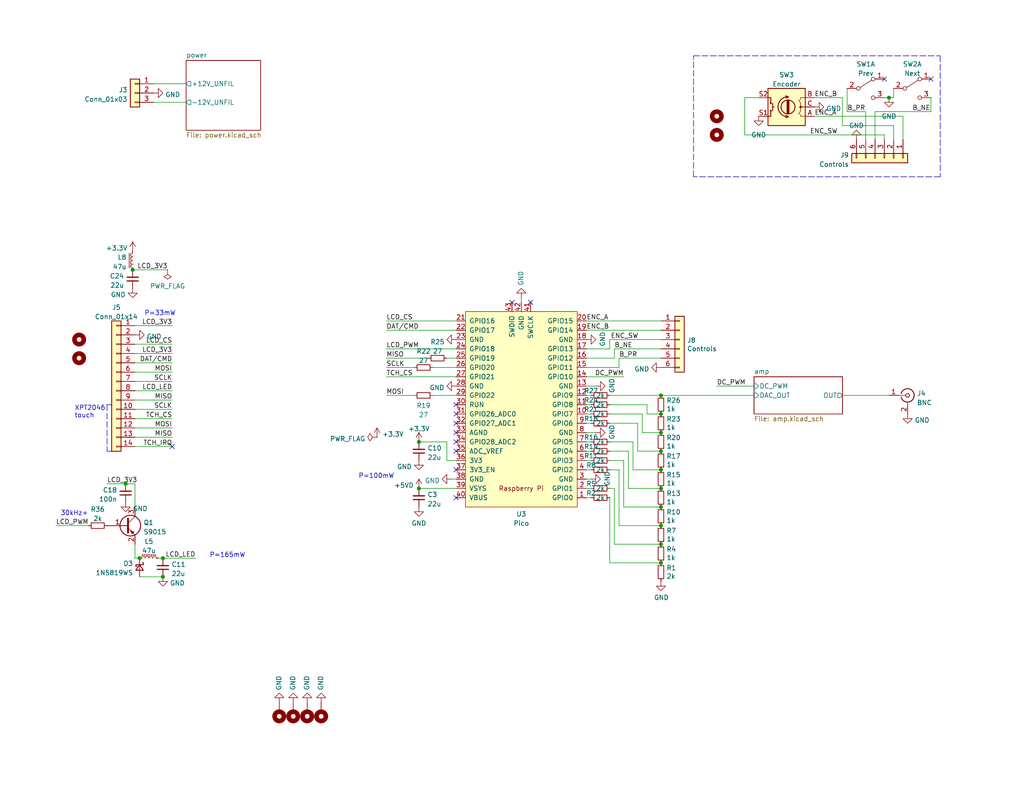
<source format=kicad_sch>
(kicad_sch (version 20211123) (generator eeschema)
  (paper "USLetter")
  (lib_symbols
    (symbol "+3.3V_1" (power) (pin_names (offset 0))
      (property "Value" "+3.3V_1" (at 0 3.556 0))
      (symbol "+3.3V_1_0_1"
        (polyline (pts (xy -0.762 1.27) (xy 0 2.54)))
        (polyline (pts (xy 0 0) (xy 0 2.54)))
        (polyline (pts (xy 0 2.54) (xy 0.762 1.27)))
      )
      (symbol "+3.3V_1_1_1"
        (pin power_in line (at 0 0 90) (length 0) hide (name "+3.3V") (number "1"))
      )
    )
    (symbol "Connector:Conn_Coaxial" (pin_names (offset 1.016) hide)
      (property "Reference" "J" (at 0.254 3.048 0))
      (property "Value" "Conn_Coaxial" (at 2.921 0 90))
      (symbol "Conn_Coaxial_0_1"
        (arc (start -1.778 -0.508) (mid 0.222 -1.808) (end 1.778 0) (stroke (width 0.254)))
        (polyline (pts (xy -2.54 0) (xy -0.508 0)))
        (polyline (pts (xy 0 -2.54) (xy 0 -1.778)))
        (circle (center 0 0) (radius 0.508) (stroke (width 0.2032)))
        (arc (start 1.778 0) (mid 0.222 1.8083) (end -1.778 0.508) (stroke (width 0.254)))
      )
      (symbol "Conn_Coaxial_1_1"
        (pin passive line (at -5.08 0 0) (length 2.54) (name "In") (number "1"))
        (pin passive line (at 0 -5.08 90) (length 2.54) (name "Ext") (number "2"))
      )
    )
    (symbol "Connector_Generic:Conn_01x03" (pin_names (offset 1.016) hide)
      (property "Reference" "J" (at 0 5.08 0))
      (property "Value" "Conn_01x03" (at 0 -5.08 0))
      (symbol "Conn_01x03_1_1"
        (rectangle (start -1.27 -2.413) (end 0 -2.667) (stroke (width 0.1524)))
        (rectangle (start -1.27 0.127) (end 0 -0.127) (stroke (width 0.1524)))
        (rectangle (start -1.27 2.667) (end 0 2.413) (stroke (width 0.1524)))
        (rectangle (start -1.27 3.81) (end 1.27 -3.81) (stroke (width 0.254)) (fill (type background)))
        (pin passive line (at -5.08 2.54 0) (length 3.81) (name "Pin_1") (number "1"))
        (pin passive line (at -5.08 0 0) (length 3.81) (name "Pin_2") (number "2"))
        (pin passive line (at -5.08 -2.54 0) (length 3.81) (name "Pin_3") (number "3"))
      )
    )
    (symbol "Connector_Generic:Conn_01x06" (pin_names (offset 1.016) hide)
      (property "Reference" "J" (at 0 7.62 0))
      (property "Value" "Conn_01x06" (at 0 -10.16 0))
      (symbol "Conn_01x06_1_1"
        (rectangle (start -1.27 -7.493) (end 0 -7.747) (stroke (width 0.1524)))
        (rectangle (start -1.27 -4.953) (end 0 -5.207) (stroke (width 0.1524)))
        (rectangle (start -1.27 -2.413) (end 0 -2.667) (stroke (width 0.1524)))
        (rectangle (start -1.27 0.127) (end 0 -0.127) (stroke (width 0.1524)))
        (rectangle (start -1.27 2.667) (end 0 2.413) (stroke (width 0.1524)))
        (rectangle (start -1.27 5.207) (end 0 4.953) (stroke (width 0.1524)))
        (rectangle (start -1.27 6.35) (end 1.27 -8.89) (stroke (width 0.254)) (fill (type background)))
        (pin passive line (at -5.08 5.08 0) (length 3.81) (name "Pin_1") (number "1"))
        (pin passive line (at -5.08 2.54 0) (length 3.81) (name "Pin_2") (number "2"))
        (pin passive line (at -5.08 0 0) (length 3.81) (name "Pin_3") (number "3"))
        (pin passive line (at -5.08 -2.54 0) (length 3.81) (name "Pin_4") (number "4"))
        (pin passive line (at -5.08 -5.08 0) (length 3.81) (name "Pin_5") (number "5"))
        (pin passive line (at -5.08 -7.62 0) (length 3.81) (name "Pin_6") (number "6"))
      )
    )
    (symbol "Connector_Generic:Conn_01x14" (pin_names (offset 1.016) hide)
      (property "Reference" "J" (at 0 17.78 0))
      (property "Value" "Conn_01x14" (at 0 -20.32 0))
      (symbol "Conn_01x14_1_1"
        (rectangle (start -1.27 -17.653) (end 0 -17.907) (stroke (width 0.1524)))
        (rectangle (start -1.27 -15.113) (end 0 -15.367) (stroke (width 0.1524)))
        (rectangle (start -1.27 -12.573) (end 0 -12.827) (stroke (width 0.1524)))
        (rectangle (start -1.27 -10.033) (end 0 -10.287) (stroke (width 0.1524)))
        (rectangle (start -1.27 -7.493) (end 0 -7.747) (stroke (width 0.1524)))
        (rectangle (start -1.27 -4.953) (end 0 -5.207) (stroke (width 0.1524)))
        (rectangle (start -1.27 -2.413) (end 0 -2.667) (stroke (width 0.1524)))
        (rectangle (start -1.27 0.127) (end 0 -0.127) (stroke (width 0.1524)))
        (rectangle (start -1.27 2.667) (end 0 2.413) (stroke (width 0.1524)))
        (rectangle (start -1.27 5.207) (end 0 4.953) (stroke (width 0.1524)))
        (rectangle (start -1.27 7.747) (end 0 7.493) (stroke (width 0.1524)))
        (rectangle (start -1.27 10.287) (end 0 10.033) (stroke (width 0.1524)))
        (rectangle (start -1.27 12.827) (end 0 12.573) (stroke (width 0.1524)))
        (rectangle (start -1.27 15.367) (end 0 15.113) (stroke (width 0.1524)))
        (rectangle (start -1.27 16.51) (end 1.27 -19.05) (stroke (width 0.254)) (fill (type background)))
        (pin passive line (at -5.08 15.24 0) (length 3.81) (name "Pin_1") (number "1"))
        (pin passive line (at -5.08 -7.62 0) (length 3.81) (name "Pin_10") (number "10"))
        (pin passive line (at -5.08 -10.16 0) (length 3.81) (name "Pin_11") (number "11"))
        (pin passive line (at -5.08 -12.7 0) (length 3.81) (name "Pin_12") (number "12"))
        (pin passive line (at -5.08 -15.24 0) (length 3.81) (name "Pin_13") (number "13"))
        (pin passive line (at -5.08 -17.78 0) (length 3.81) (name "Pin_14") (number "14"))
        (pin passive line (at -5.08 12.7 0) (length 3.81) (name "Pin_2") (number "2"))
        (pin passive line (at -5.08 10.16 0) (length 3.81) (name "Pin_3") (number "3"))
        (pin passive line (at -5.08 7.62 0) (length 3.81) (name "Pin_4") (number "4"))
        (pin passive line (at -5.08 5.08 0) (length 3.81) (name "Pin_5") (number "5"))
        (pin passive line (at -5.08 2.54 0) (length 3.81) (name "Pin_6") (number "6"))
        (pin passive line (at -5.08 0 0) (length 3.81) (name "Pin_7") (number "7"))
        (pin passive line (at -5.08 -2.54 0) (length 3.81) (name "Pin_8") (number "8"))
        (pin passive line (at -5.08 -5.08 0) (length 3.81) (name "Pin_9") (number "9"))
      )
    )
    (symbol "Device:C_Small" (pin_numbers hide) (pin_names (offset 0.254) hide)
      (property "Reference" "C" (at 0.254 1.778 0))
      (property "Value" "C_Small" (at 0.254 -2.032 0))
      (symbol "C_Small_0_1"
        (polyline (pts (xy -1.524 -0.508) (xy 1.524 -0.508)) (stroke (width 0.3302)))
        (polyline (pts (xy -1.524 0.508) (xy 1.524 0.508)) (stroke (width 0.3048)))
      )
      (symbol "C_Small_1_1"
        (pin passive line (at 0 2.54 270) (length 2.032) (name "~") (number "1"))
        (pin passive line (at 0 -2.54 90) (length 2.032) (name "~") (number "2"))
      )
    )
    (symbol "Device:D_Schottky_Small" (pin_numbers hide) (pin_names (offset 0.254) hide)
      (property "Reference" "D" (at -1.27 2.032 0))
      (property "Value" "D_Schottky_Small" (at -7.112 -2.032 0))
      (symbol "D_Schottky_Small_0_1"
        (polyline (pts (xy -0.762 0) (xy 0.762 0)))
        (polyline (pts (xy 0.762 -1.016) (xy -0.762 0) (xy 0.762 1.016) (xy 0.762 -1.016)) (stroke (width 0.254)))
        (polyline (pts (xy -1.27 0.762) (xy -1.27 1.016) (xy -0.762 1.016) (xy -0.762 -1.016) (xy -0.254 -1.016) (xy -0.254 -0.762)) (stroke (width 0.254)))
      )
      (symbol "D_Schottky_Small_1_1"
        (pin passive line (at -2.54 0 0) (length 1.778) (name "K") (number "1"))
        (pin passive line (at 2.54 0 180) (length 1.778) (name "A") (number "2"))
      )
    )
    (symbol "Device:L_Ferrite_Small" (pin_numbers hide) (pin_names (offset 0.254) hide)
      (property "Reference" "L" (at 1.27 1.016 0))
      (property "Value" "L_Ferrite_Small" (at 1.27 -1.27 0))
      (symbol "L_Ferrite_Small_0_1"
        (arc (start 0 -2.032) (mid 0.508 -1.524) (end 0 -1.016))
        (arc (start 0 -1.016) (mid 0.508 -0.508) (end 0 0))
        (polyline (pts (xy 0.762 -1.905) (xy 0.762 -1.651)))
        (polyline (pts (xy 0.762 -1.397) (xy 0.762 -1.143)))
        (polyline (pts (xy 0.762 -0.889) (xy 0.762 -0.635)))
        (polyline (pts (xy 0.762 -0.381) (xy 0.762 -0.127)))
        (polyline (pts (xy 0.762 0.127) (xy 0.762 0.381)))
        (polyline (pts (xy 0.762 0.635) (xy 0.762 0.889)))
        (polyline (pts (xy 0.762 1.143) (xy 0.762 1.397)))
        (polyline (pts (xy 0.762 1.651) (xy 0.762 1.905)))
        (polyline (pts (xy 1.016 -1.651) (xy 1.016 -1.905)))
        (polyline (pts (xy 1.016 -1.143) (xy 1.016 -1.397)))
        (polyline (pts (xy 1.016 -0.635) (xy 1.016 -0.889)))
        (polyline (pts (xy 1.016 -0.127) (xy 1.016 -0.381)))
        (polyline (pts (xy 1.016 0.381) (xy 1.016 0.127)))
        (polyline (pts (xy 1.016 0.889) (xy 1.016 0.635)))
        (polyline (pts (xy 1.016 1.397) (xy 1.016 1.143)))
        (polyline (pts (xy 1.016 1.905) (xy 1.016 1.651)))
        (arc (start 0 0) (mid 0.508 0.508) (end 0 1.016))
        (arc (start 0 1.016) (mid 0.508 1.524) (end 0 2.032))
      )
      (symbol "L_Ferrite_Small_1_1"
        (pin passive line (at 0 2.54 270) (length 0.508) (name "~") (number "1"))
        (pin passive line (at 0 -2.54 90) (length 0.508) (name "~") (number "2"))
      )
    )
    (symbol "Device:Q_PNP_BEC" (pin_names (offset 0) hide)
      (property "Reference" "Q" (at 5.08 1.27 0))
      (property "Value" "Q_PNP_BEC" (at 5.08 -1.27 0))
      (symbol "Q_PNP_BEC_0_1"
        (polyline (pts (xy 0.635 0.635) (xy 2.54 2.54)))
        (polyline (pts (xy 0.635 -0.635) (xy 2.54 -2.54) (xy 2.54 -2.54)))
        (polyline (pts (xy 0.635 1.905) (xy 0.635 -1.905) (xy 0.635 -1.905)) (stroke (width 0.508)))
        (polyline (pts (xy 2.286 -1.778) (xy 1.778 -2.286) (xy 1.27 -1.27) (xy 2.286 -1.778) (xy 2.286 -1.778)) (fill (type outline)))
        (circle (center 1.27 0) (radius 2.8194) (stroke (width 0.254)))
      )
      (symbol "Q_PNP_BEC_1_1"
        (pin input line (at -5.08 0 0) (length 5.715) (name "B") (number "1"))
        (pin passive line (at 2.54 -5.08 90) (length 2.54) (name "E") (number "2"))
        (pin passive line (at 2.54 5.08 270) (length 2.54) (name "C") (number "3"))
      )
    )
    (symbol "Device:R_Small" (pin_numbers hide) (pin_names (offset 0.254) hide)
      (property "Reference" "R" (at 0.762 0.508 0))
      (property "Value" "R_Small" (at 0.762 -1.016 0))
      (symbol "R_Small_0_1"
        (rectangle (start -0.762 1.778) (end 0.762 -1.778) (stroke (width 0.2032)))
      )
      (symbol "R_Small_1_1"
        (pin passive line (at 0 2.54 270) (length 0.762) (name "~") (number "1"))
        (pin passive line (at 0 -2.54 90) (length 0.762) (name "~") (number "2"))
      )
    )
    (symbol "Device:RotaryEncoder_Switch" (pin_names (offset 0.254) hide)
      (property "Reference" "SW" (at 0 6.604 0))
      (property "Value" "RotaryEncoder_Switch" (at 0 -6.604 0))
      (symbol "RotaryEncoder_Switch_0_1"
        (rectangle (start -5.08 5.08) (end 5.08 -5.08) (stroke (width 0.254)) (fill (type background)))
        (circle (center -3.81 0) (radius 0.254) (fill (type outline)))
        (arc (start -0.381 -2.794) (mid 2.3622 -0.0508) (end -0.381 2.667) (stroke (width 0.254)))
        (circle (center -0.381 0) (radius 1.905) (stroke (width 0.254)))
        (polyline (pts (xy -0.635 -1.778) (xy -0.635 1.778)) (stroke (width 0.254)))
        (polyline (pts (xy -0.381 -1.778) (xy -0.381 1.778)) (stroke (width 0.254)))
        (polyline (pts (xy -0.127 1.778) (xy -0.127 -1.778)) (stroke (width 0.254)))
        (polyline (pts (xy 3.81 0) (xy 3.429 0)) (stroke (width 0.254)))
        (polyline (pts (xy 3.81 1.016) (xy 3.81 -1.016)) (stroke (width 0.254)))
        (polyline (pts (xy -5.08 -2.54) (xy -3.81 -2.54) (xy -3.81 -2.032)))
        (polyline (pts (xy -5.08 2.54) (xy -3.81 2.54) (xy -3.81 2.032)))
        (polyline (pts (xy 0.254 -3.048) (xy -0.508 -2.794) (xy 0.127 -2.413)) (stroke (width 0.254)))
        (polyline (pts (xy 0.254 2.921) (xy -0.508 2.667) (xy 0.127 2.286)) (stroke (width 0.254)))
        (polyline (pts (xy 5.08 -2.54) (xy 4.318 -2.54) (xy 4.318 -1.016)) (stroke (width 0.254)))
        (polyline (pts (xy 5.08 2.54) (xy 4.318 2.54) (xy 4.318 1.016)) (stroke (width 0.254)))
        (polyline (pts (xy -5.08 0) (xy -3.81 0) (xy -3.81 -1.016) (xy -3.302 -2.032)))
        (polyline (pts (xy -4.318 0) (xy -3.81 0) (xy -3.81 1.016) (xy -3.302 2.032)))
        (circle (center 4.318 -1.016) (radius 0.127) (stroke (width 0.254)))
        (circle (center 4.318 1.016) (radius 0.127) (stroke (width 0.254)))
      )
      (symbol "RotaryEncoder_Switch_1_1"
        (pin passive line (at -7.62 2.54 0) (length 2.54) (name "A") (number "A"))
        (pin passive line (at -7.62 -2.54 0) (length 2.54) (name "B") (number "B"))
        (pin passive line (at -7.62 0 0) (length 2.54) (name "C") (number "C"))
        (pin passive line (at 7.62 2.54 180) (length 2.54) (name "S1") (number "S1"))
        (pin passive line (at 7.62 -2.54 180) (length 2.54) (name "S2") (number "S2"))
      )
    )
    (symbol "MCU_RaspberryPi_and_Boards:Pico" (pin_names (offset 1.016))
      (property "Reference" "U" (at -13.97 27.94 0))
      (property "Value" "Pico" (at 0 19.05 0))
      (symbol "Pico_0_0"
        (text "Raspberry Pi" (at 0 21.59 0) (effects (font (size 1.27 1.27))))
      )
      (symbol "Pico_0_1"
        (rectangle (start -15.24 26.67) (end 15.24 -26.67) (fill (type background)))
      )
      (symbol "Pico_1_1"
        (pin bidirectional line (at -17.78 24.13 0) (length 2.54) (name "GPIO0") (number "1"))
        (pin bidirectional line (at -17.78 1.27 0) (length 2.54) (name "GPIO7") (number "10"))
        (pin bidirectional line (at -17.78 -1.27 0) (length 2.54) (name "GPIO8") (number "11"))
        (pin bidirectional line (at -17.78 -3.81 0) (length 2.54) (name "GPIO9") (number "12"))
        (pin power_in line (at -17.78 -6.35 0) (length 2.54) (name "GND") (number "13"))
        (pin bidirectional line (at -17.78 -8.89 0) (length 2.54) (name "GPIO10") (number "14"))
        (pin bidirectional line (at -17.78 -11.43 0) (length 2.54) (name "GPIO11") (number "15"))
        (pin bidirectional line (at -17.78 -13.97 0) (length 2.54) (name "GPIO12") (number "16"))
        (pin bidirectional line (at -17.78 -16.51 0) (length 2.54) (name "GPIO13") (number "17"))
        (pin power_in line (at -17.78 -19.05 0) (length 2.54) (name "GND") (number "18"))
        (pin bidirectional line (at -17.78 -21.59 0) (length 2.54) (name "GPIO14") (number "19"))
        (pin bidirectional line (at -17.78 21.59 0) (length 2.54) (name "GPIO1") (number "2"))
        (pin bidirectional line (at -17.78 -24.13 0) (length 2.54) (name "GPIO15") (number "20"))
        (pin bidirectional line (at 17.78 -24.13 180) (length 2.54) (name "GPIO16") (number "21"))
        (pin bidirectional line (at 17.78 -21.59 180) (length 2.54) (name "GPIO17") (number "22"))
        (pin power_in line (at 17.78 -19.05 180) (length 2.54) (name "GND") (number "23"))
        (pin bidirectional line (at 17.78 -16.51 180) (length 2.54) (name "GPIO18") (number "24"))
        (pin bidirectional line (at 17.78 -13.97 180) (length 2.54) (name "GPIO19") (number "25"))
        (pin bidirectional line (at 17.78 -11.43 180) (length 2.54) (name "GPIO20") (number "26"))
        (pin bidirectional line (at 17.78 -8.89 180) (length 2.54) (name "GPIO21") (number "27"))
        (pin power_in line (at 17.78 -6.35 180) (length 2.54) (name "GND") (number "28"))
        (pin bidirectional line (at 17.78 -3.81 180) (length 2.54) (name "GPIO22") (number "29"))
        (pin power_in line (at -17.78 19.05 0) (length 2.54) (name "GND") (number "3"))
        (pin input line (at 17.78 -1.27 180) (length 2.54) (name "RUN") (number "30"))
        (pin bidirectional line (at 17.78 1.27 180) (length 2.54) (name "GPIO26_ADC0") (number "31"))
        (pin bidirectional line (at 17.78 3.81 180) (length 2.54) (name "GPIO27_ADC1") (number "32"))
        (pin power_in line (at 17.78 6.35 180) (length 2.54) (name "AGND") (number "33"))
        (pin bidirectional line (at 17.78 8.89 180) (length 2.54) (name "GPIO28_ADC2") (number "34"))
        (pin unspecified line (at 17.78 11.43 180) (length 2.54) (name "ADC_VREF") (number "35"))
        (pin unspecified line (at 17.78 13.97 180) (length 2.54) (name "3V3") (number "36"))
        (pin input line (at 17.78 16.51 180) (length 2.54) (name "3V3_EN") (number "37"))
        (pin bidirectional line (at 17.78 19.05 180) (length 2.54) (name "GND") (number "38"))
        (pin unspecified line (at 17.78 21.59 180) (length 2.54) (name "VSYS") (number "39"))
        (pin bidirectional line (at -17.78 16.51 0) (length 2.54) (name "GPIO2") (number "4"))
        (pin unspecified line (at 17.78 24.13 180) (length 2.54) (name "VBUS") (number "40"))
        (pin input line (at -2.54 -29.21 90) (length 2.54) (name "SWCLK") (number "41"))
        (pin power_in line (at 0 -29.21 90) (length 2.54) (name "GND") (number "42"))
        (pin bidirectional line (at 2.54 -29.21 90) (length 2.54) (name "SWDIO") (number "43"))
        (pin bidirectional line (at -17.78 13.97 0) (length 2.54) (name "GPIO3") (number "5"))
        (pin bidirectional line (at -17.78 11.43 0) (length 2.54) (name "GPIO4") (number "6"))
        (pin bidirectional line (at -17.78 8.89 0) (length 2.54) (name "GPIO5") (number "7"))
        (pin power_in line (at -17.78 6.35 0) (length 2.54) (name "GND") (number "8"))
        (pin bidirectional line (at -17.78 3.81 0) (length 2.54) (name "GPIO6") (number "9"))
      )
    )
    (symbol "Mechanical:MountingHole" (pin_names (offset 1.016))
      (property "Reference" "H" (at 0 5.08 0))
      (property "Value" "MountingHole" (at 0 3.175 0))
      (symbol "MountingHole_0_1"
        (circle (center 0 0) (radius 1.27) (stroke (width 1.27)))
      )
    )
    (symbol "Mechanical:MountingHole_Pad" (pin_numbers hide) (pin_names (offset 1.016) hide)
      (property "Reference" "H" (at 0 6.35 0))
      (property "Value" "MountingHole_Pad" (at 0 4.445 0))
      (symbol "MountingHole_Pad_0_1"
        (circle (center 0 1.27) (radius 1.27) (stroke (width 1.27)))
      )
      (symbol "MountingHole_Pad_1_1"
        (pin input line (at 0 -2.54 90) (length 2.54) (name "1") (number "1"))
      )
    )
    (symbol "Switch:SW_DPDT_x2" (pin_names (offset 0) hide)
      (property "Reference" "SW" (at 0 4.318 0))
      (property "Value" "SW_DPDT_x2" (at 0 -5.08 0))
      (symbol "SW_DPDT_x2_0_0"
        (circle (center -2.032 0) (radius 0.508))
        (circle (center 2.032 -2.54) (radius 0.508))
      )
      (symbol "SW_DPDT_x2_0_1"
        (polyline (pts (xy -1.524 0.254) (xy 1.651 2.286)))
        (circle (center 2.032 2.54) (radius 0.508))
      )
      (symbol "SW_DPDT_x2_1_1"
        (pin passive line (at 5.08 2.54 180) (length 2.54) (name "A") (number "1"))
        (pin passive line (at -5.08 0 0) (length 2.54) (name "B") (number "2"))
        (pin passive line (at 5.08 -2.54 180) (length 2.54) (name "C") (number "3"))
      )
      (symbol "SW_DPDT_x2_2_1"
        (pin passive line (at 5.08 2.54 180) (length 2.54) (name "A") (number "4"))
        (pin passive line (at -5.08 0 0) (length 2.54) (name "B") (number "5"))
        (pin passive line (at 5.08 -2.54 180) (length 2.54) (name "C") (number "6"))
      )
    )
    (symbol "power:+3.3V" (power) (pin_names (offset 0))
      (property "Value" "+3.3V" (at 0 3.556 0))
      (symbol "+3.3V_0_1"
        (polyline (pts (xy -0.762 1.27) (xy 0 2.54)))
        (polyline (pts (xy 0 0) (xy 0 2.54)))
        (polyline (pts (xy 0 2.54) (xy 0.762 1.27)))
      )
      (symbol "+3.3V_1_1"
        (pin power_in line (at 0 0 90) (length 0) hide (name "+3.3V") (number "1"))
      )
    )
    (symbol "power:+5VD" (power) (pin_names (offset 0))
      (property "Value" "+5VD" (at 0 3.556 0))
      (symbol "+5VD_0_1"
        (polyline (pts (xy -0.762 1.27) (xy 0 2.54)))
        (polyline (pts (xy 0 0) (xy 0 2.54)))
        (polyline (pts (xy 0 2.54) (xy 0.762 1.27)))
      )
      (symbol "+5VD_1_1"
        (pin power_in line (at 0 0 90) (length 0) hide (name "+5VD") (number "1"))
      )
    )
    (symbol "power:GND" (power) (pin_names (offset 0))
      (property "Value" "GND" (at 0 -3.81 0))
      (symbol "GND_0_1"
        (polyline (pts (xy 0 0) (xy 0 -1.27) (xy 1.27 -1.27) (xy 0 -2.54) (xy -1.27 -1.27) (xy 0 -1.27)))
      )
      (symbol "GND_1_1"
        (pin power_in line (at 0 0 270) (length 0) hide (name "GND") (number "1"))
      )
    )
    (symbol "power:PWR_FLAG" (power) (pin_numbers hide) (pin_names (offset 0) hide)
      (property "Value" "PWR_FLAG" (at 0 3.81 0))
      (symbol "PWR_FLAG_0_0"
        (pin power_out line (at 0 0 90) (length 0) (name "pwr") (number "1"))
      )
      (symbol "PWR_FLAG_0_1"
        (polyline (pts (xy 0 0) (xy 0 1.27) (xy -1.016 1.905) (xy 0 2.54) (xy 1.016 1.905) (xy 0 1.27)))
      )
    )
  )
  (junction (at 38.1 152.4))
  (junction (at 180.34 138.43))
  (junction (at 114.3 133.35))
  (junction (at 242.5583 26.67))
  (junction (at 44.45 157.48))
  (junction (at 180.34 107.95))
  (junction (at 180.34 133.35))
  (junction (at 180.34 148.59))
  (junction (at 114.3 120.65))
  (junction (at 180.34 153.67))
  (junction (at 180.34 118.11))
  (junction (at 36.195 73.66))
  (junction (at 44.45 152.4))
  (junction (at 180.34 128.27))
  (junction (at 34.29 132.08))
  (junction (at 180.34 123.19))
  (junction (at 180.34 113.03))
  (junction (at 180.34 143.51))
  (no_connect (at 144.78 82.55))
  (no_connect (at 124.46 128.27))
  (no_connect (at 139.7 82.55))
  (no_connect (at 124.46 115.57))
  (no_connect (at 124.46 118.11))
  (no_connect (at 241.3 21.59))
  (no_connect (at 46.99 121.92))
  (no_connect (at 124.46 113.03))
  (no_connect (at 124.46 123.19))
  (no_connect (at 124.46 135.89))
  (no_connect (at 124.46 120.65))
  (no_connect (at 124.46 110.49))
  (no_connect (at 254 21.59))
  (wire (pts (xy 160.02 113.03) (xy 161.29 113.03)))
  (wire (pts (xy 241.3 36.83) (xy 241.3 38.1)))
  (wire (pts (xy 36.83 114.3) (xy 46.99 114.3)))
  (wire (pts (xy 160.02 110.49) (xy 161.29 110.49)))
  (wire (pts (xy 123.19 130.81) (xy 124.46 130.81)))
  (wire (pts (xy 167.64 95.25) (xy 167.64 97.79)))
  (polyline (pts (xy 256.54 48.26) (xy 189.23 48.26)))
  (wire (pts (xy 118.11 107.95) (xy 124.46 107.95)))
  (wire (pts (xy 161.29 130.81) (xy 160.02 130.81)))
  (wire (pts (xy 170.18 102.87) (xy 160.02 102.87)))
  (wire (pts (xy 160.02 90.17) (xy 180.34 90.17)))
  (wire (pts (xy 105.41 102.87) (xy 124.46 102.87)))
  (wire (pts (xy 36.83 152.4) (xy 36.83 148.59)))
  (wire (pts (xy 166.37 125.73) (xy 170.18 125.73)))
  (wire (pts (xy 176.53 110.49) (xy 176.53 113.03)))
  (wire (pts (xy 254 26.67) (xy 254 30.48)))
  (wire (pts (xy 36.83 96.52) (xy 46.99 96.52)))
  (wire (pts (xy 161.29 128.27) (xy 160.02 128.27)))
  (wire (pts (xy 241.3 26.67) (xy 242.5583 26.67)))
  (wire (pts (xy 166.37 133.35) (xy 167.64 133.35)))
  (wire (pts (xy 36.83 88.9) (xy 46.99 88.9)))
  (wire (pts (xy 36.83 106.68) (xy 46.99 106.68)))
  (wire (pts (xy 160.02 95.25) (xy 166.37 95.25)))
  (wire (pts (xy 172.72 120.65) (xy 172.72 128.27)))
  (wire (pts (xy 173.99 115.57) (xy 173.99 123.19)))
  (wire (pts (xy 114.3 133.35) (xy 124.46 133.35)))
  (wire (pts (xy 160.02 118.11) (xy 162.56 118.11)))
  (wire (pts (xy 167.64 148.59) (xy 180.34 148.59)))
  (wire (pts (xy 168.91 97.79) (xy 168.91 100.33)))
  (wire (pts (xy 41.91 27.94) (xy 50.8 27.94)))
  (wire (pts (xy 44.45 152.4) (xy 53.34 152.4)))
  (wire (pts (xy 166.37 120.65) (xy 172.72 120.65)))
  (wire (pts (xy 36.83 109.22) (xy 46.99 109.22)))
  (wire (pts (xy 175.26 113.03) (xy 175.26 118.11)))
  (wire (pts (xy 246.38 31.75) (xy 246.38 38.1)))
  (wire (pts (xy 167.64 95.25) (xy 180.34 95.25)))
  (wire (pts (xy 238.76 30.48) (xy 238.76 38.1)))
  (wire (pts (xy 166.37 113.03) (xy 175.26 113.03)))
  (wire (pts (xy 195.58 105.41) (xy 205.74 105.41)))
  (wire (pts (xy 168.91 128.27) (xy 168.91 143.51)))
  (wire (pts (xy 229.87 34.29) (xy 243.84 34.29)))
  (wire (pts (xy 105.41 87.63) (xy 124.46 87.63)))
  (wire (pts (xy 36.83 132.08) (xy 34.29 132.08)))
  (wire (pts (xy 166.37 153.67) (xy 180.34 153.67)))
  (wire (pts (xy 166.37 115.57) (xy 173.99 115.57)))
  (wire (pts (xy 170.18 125.73) (xy 170.18 138.43)))
  (wire (pts (xy 121.92 120.65) (xy 121.92 125.73)))
  (wire (pts (xy 105.41 107.95) (xy 113.03 107.95)))
  (wire (pts (xy 162.56 105.41) (xy 160.02 105.41)))
  (wire (pts (xy 36.83 111.76) (xy 46.99 111.76)))
  (wire (pts (xy 229.87 26.67) (xy 229.87 34.29)))
  (wire (pts (xy 203.2 26.67) (xy 203.2 36.83)))
  (wire (pts (xy 229.87 107.95) (xy 242.57 107.95)))
  (wire (pts (xy 254 30.48) (xy 238.76 30.48)))
  (wire (pts (xy 161.29 135.89) (xy 160.02 135.89)))
  (wire (pts (xy 166.37 128.27) (xy 168.91 128.27)))
  (wire (pts (xy 168.91 143.51) (xy 180.34 143.51)))
  (wire (pts (xy 222.25 31.75) (xy 246.38 31.75)))
  (wire (pts (xy 36.83 93.98) (xy 46.99 93.98)))
  (wire (pts (xy 36.83 116.84) (xy 46.99 116.84)))
  (wire (pts (xy 222.25 26.67) (xy 229.87 26.67)))
  (wire (pts (xy 41.91 22.86) (xy 50.8 22.86)))
  (wire (pts (xy 242.5583 26.67) (xy 243.84 26.67)))
  (wire (pts (xy 118.11 100.33) (xy 124.46 100.33)))
  (wire (pts (xy 44.45 152.4) (xy 43.18 152.4)))
  (wire (pts (xy 176.53 113.03) (xy 180.34 113.03)))
  (wire (pts (xy 166.37 92.71) (xy 166.37 95.25)))
  (wire (pts (xy 160.02 87.63) (xy 180.34 87.63)))
  (wire (pts (xy 36.83 132.08) (xy 36.83 138.43)))
  (wire (pts (xy 243.84 24.13) (xy 243.84 26.67)))
  (wire (pts (xy 171.45 133.35) (xy 180.34 133.35)))
  (wire (pts (xy 36.83 119.38) (xy 46.99 119.38)))
  (wire (pts (xy 203.2 36.83) (xy 241.3 36.83)))
  (wire (pts (xy 34.29 132.08) (xy 29.21 132.08)))
  (wire (pts (xy 38.1 152.4) (xy 36.83 152.4)))
  (wire (pts (xy 231.14 24.13) (xy 231.14 30.48)))
  (wire (pts (xy 236.22 30.48) (xy 236.22 38.1)))
  (wire (pts (xy 175.26 118.11) (xy 180.34 118.11)))
  (wire (pts (xy 142.24 82.55) (xy 142.24 81.28)))
  (wire (pts (xy 170.18 138.43) (xy 180.34 138.43)))
  (wire (pts (xy 105.41 97.79) (xy 116.84 97.79)))
  (polyline (pts (xy 29.21 123.19) (xy 30.48 123.19)))
  (wire (pts (xy 15.24 143.51) (xy 24.13 143.51)))
  (wire (pts (xy 36.195 73.66) (xy 45.72 73.66)))
  (wire (pts (xy 161.29 125.73) (xy 160.02 125.73)))
  (wire (pts (xy 38.1 157.48) (xy 44.45 157.48)))
  (wire (pts (xy 166.37 92.71) (xy 180.34 92.71)))
  (wire (pts (xy 160.02 97.79) (xy 167.64 97.79)))
  (wire (pts (xy 36.83 104.14) (xy 46.99 104.14)))
  (wire (pts (xy 114.3 120.65) (xy 121.92 120.65)))
  (wire (pts (xy 166.37 135.89) (xy 166.37 153.67)))
  (wire (pts (xy 160.02 100.33) (xy 168.91 100.33)))
  (polyline (pts (xy 30.48 110.49) (xy 29.21 110.49)))
  (wire (pts (xy 173.99 123.19) (xy 180.34 123.19)))
  (wire (pts (xy 161.29 120.65) (xy 160.02 120.65)))
  (wire (pts (xy 243.84 34.29) (xy 243.84 38.1)))
  (wire (pts (xy 161.29 123.19) (xy 160.02 123.19)))
  (wire (pts (xy 167.64 133.35) (xy 167.64 148.59)))
  (wire (pts (xy 180.34 107.95) (xy 205.74 107.95)))
  (wire (pts (xy 105.41 95.25) (xy 124.46 95.25)))
  (polyline (pts (xy 189.23 15.24) (xy 256.54 15.24)))
  (wire (pts (xy 105.41 100.33) (xy 113.03 100.33)))
  (wire (pts (xy 166.37 123.19) (xy 171.45 123.19)))
  (polyline (pts (xy 189.23 48.26) (xy 189.23 15.24)))
  (wire (pts (xy 160.02 115.57) (xy 161.29 115.57)))
  (polyline (pts (xy 256.54 15.24) (xy 256.54 48.26)))
  (wire (pts (xy 160.02 107.95) (xy 161.29 107.95)))
  (wire (pts (xy 121.92 97.79) (xy 124.46 97.79)))
  (wire (pts (xy 36.83 99.06) (xy 46.99 99.06)))
  (wire (pts (xy 166.37 107.95) (xy 180.34 107.95)))
  (wire (pts (xy 203.2 26.67) (xy 207.01 26.67)))
  (wire (pts (xy 236.22 30.48) (xy 231.14 30.48)))
  (wire (pts (xy 36.83 101.6) (xy 46.99 101.6)))
  (wire (pts (xy 161.29 133.35) (xy 160.02 133.35)))
  (wire (pts (xy 166.37 110.49) (xy 176.53 110.49)))
  (wire (pts (xy 172.72 128.27) (xy 180.34 128.27)))
  (wire (pts (xy 168.91 97.79) (xy 180.34 97.79)))
  (wire (pts (xy 124.46 125.73) (xy 121.92 125.73)))
  (wire (pts (xy 171.45 123.19) (xy 171.45 133.35)))
  (wire (pts (xy 105.41 90.17) (xy 124.46 90.17)))
  (wire (pts (xy 36.83 121.92) (xy 46.99 121.92)))
  (polyline (pts (xy 29.21 110.49) (xy 29.21 123.19)))
  (text "30kHz+" (at 16.51 140.97 0) (effects (font (size 1.27 1.27)) (justify left bottom)))
  (text "P=33mW" (at 39.37 86.36 0) (effects (font (size 1.27 1.27)) (justify left bottom)))
  (text "P=165mW" (at 57.15 152.4 0) (effects (font (size 1.27 1.27)) (justify left bottom)))
  (text "P=100mW" (at 97.79 130.81 0) (effects (font (size 1.27 1.27)) (justify left bottom)))
  (text "XPT2046\ntouch" (at 20.32 114.3 0) (effects (font (size 1.27 1.27)) (justify left bottom)))
  (label "B_NE" (at 248.92 30.48 0))
  (label "LCD_PWM" (at 105.41 95.25 0))
  (label "LCD_LED" (at 46.99 106.68 180))
  (label "LCD_CS" (at 105.41 87.63 0))
  (label "ENC_A" (at 160.02 87.63 0))
  (label "MOSI" (at 105.41 107.95 0))
  (label "MISO" (at 105.41 97.79 0))
  (label "DC_PWM" (at 195.58 105.41 0))
  (label "ENC_B" (at 160.02 90.17 0))
  (label "TCH_IRQ" (at 46.99 121.92 180))
  (label "LCD_CS" (at 46.99 93.98 180))
  (label "SCLK" (at 105.41 100.33 0))
  (label "LCD_LED" (at 53.34 152.4 180))
  (label "MOSI" (at 46.99 101.6 180))
  (label "SCLK" (at 46.99 104.14 180))
  (label "LCD_3V3" (at 45.72 73.66 180))
  (label "SCLK" (at 46.99 111.76 180))
  (label "LCD_3V3" (at 46.99 88.9 180))
  (label "ENC_B" (at 222.25 26.67 0))
  (label "B_NE" (at 167.64 95.25 0))
  (label "DC_PWM" (at 170.18 102.87 180))
  (label "LCD_3V3" (at 29.21 132.08 0))
  (label "ENC_SW" (at 220.98 36.83 0))
  (label "TCH_CS" (at 105.41 102.87 0))
  (label "LCD_3V3" (at 46.99 96.52 180))
  (label "TCH_CS" (at 46.99 114.3 180))
  (label "ENC_SW" (at 166.6167 92.71 0))
  (label "MOSI" (at 46.99 116.84 180))
  (label "LCD_PWM" (at 15.24 143.51 0))
  (label "MISO" (at 46.99 109.22 180))
  (label "DAT{slash}CMD" (at 105.41 90.17 0))
  (label "ENC_A" (at 222.25 31.75 0))
  (label "B_PR" (at 168.91 97.79 0))
  (label "DAT{slash}CMD" (at 46.99 99.06 180))
  (label "MISO" (at 46.99 119.38 180))
  (label "B_PR" (at 231.14 30.48 0))
  (symbol (lib_id "power:GND") (at 161.29 130.81 90) (unit 1)
    (property "Reference" "#PWR053" (effects hide))
    (property "Value" "GND" (at 165.6842 130.683 0))
  )
  (symbol (lib_id "power:GND") (at 162.56 118.11 90) (unit 1)
    (property "Reference" "#PWR046" (effects hide))
    (property "Value" "GND" (at 166.9542 117.983 0))
  )
  (symbol (lib_id "power:GND") (at 162.56 105.41 90) (unit 1)
    (property "Reference" "#PWR041" (effects hide))
    (property "Value" "GND" (at 166.9542 105.283 0))
  )
  (symbol (lib_id "power:GND") (at 123.19 130.81 270) (unit 1)
    (property "Reference" "#PWR052" (effects hide))
    (property "Value" "GND" (at 120.0151 131.2438 90) (effects (justify right)))
  )
  (symbol (lib_id "power:GND") (at 180.34 158.75 0) (unit 1)
    (property "Reference" "#PWR059" (effects hide))
    (property "Value" "GND" (at 180.467 163.1442 0))
  )
  (symbol (lib_id "Device:R_Small") (at 163.83 107.95 90) (unit 1)
    (property "Reference" "R27" (at 161.29 106.68 90))
    (property "Value" "2k" (at 163.83 107.95 90))
    (property "Footprint" "Resistor_SMD:R_0603_1608Metric" (effects hide))
    (property "AVL1" "any/open" (effects hide))
    (property "Description" "0.1%" (effects hide))
    (property "LCSC" "C319701" (effects hide))
  )
  (symbol (lib_id "Device:R_Small") (at 163.83 110.49 90) (unit 1)
    (property "Reference" "R24" (at 161.29 109.22 90))
    (property "Value" "2k" (at 163.83 110.49 90))
    (property "Footprint" "Resistor_SMD:R_0603_1608Metric" (effects hide))
    (property "AVL1" "any/open" (effects hide))
    (property "Description" "0.1%" (effects hide))
    (property "LCSC" "C319701" (effects hide))
  )
  (symbol (lib_id "Device:R_Small") (at 163.83 113.03 90) (unit 1)
    (property "Reference" "R21" (at 161.29 111.76 90))
    (property "Value" "2k" (at 163.83 113.03 90))
    (property "Footprint" "Resistor_SMD:R_0603_1608Metric" (effects hide))
    (property "AVL1" "any/open" (effects hide))
    (property "Description" "0.1%" (effects hide))
    (property "LCSC" "C319701" (effects hide))
  )
  (symbol (lib_id "Device:R_Small") (at 163.83 115.57 90) (unit 1)
    (property "Reference" "R18" (at 161.29 114.3 90))
    (property "Value" "2k" (at 163.83 115.57 90))
    (property "Footprint" "Resistor_SMD:R_0603_1608Metric" (effects hide))
    (property "AVL1" "any/open" (effects hide))
    (property "Description" "0.1%" (effects hide))
    (property "LCSC" "C319701" (effects hide))
  )
  (symbol (lib_id "Device:R_Small") (at 163.83 120.65 90) (unit 1)
    (property "Reference" "R16" (at 161.29 119.38 90))
    (property "Value" "2k" (at 163.83 120.65 90))
    (property "Footprint" "Resistor_SMD:R_0603_1608Metric" (effects hide))
    (property "AVL1" "any/open" (effects hide))
    (property "Description" "0.1%" (effects hide))
    (property "LCSC" "C319701" (effects hide))
  )
  (symbol (lib_id "Device:R_Small") (at 163.83 123.19 90) (unit 1)
    (property "Reference" "R14" (at 161.29 121.92 90))
    (property "Value" "2k" (at 163.83 123.19 90))
    (property "Footprint" "Resistor_SMD:R_0603_1608Metric" (effects hide))
    (property "AVL1" "any/open" (effects hide))
    (property "Description" "0.1%" (effects hide))
    (property "LCSC" "C319701" (effects hide))
  )
  (symbol (lib_id "Device:R_Small") (at 163.83 125.73 90) (unit 1)
    (property "Reference" "R11" (at 161.29 124.46 90))
    (property "Value" "2k" (at 163.83 125.73 90))
    (property "Footprint" "Resistor_SMD:R_0603_1608Metric" (effects hide))
    (property "AVL1" "any/open" (effects hide))
    (property "Description" "0.1%" (effects hide))
    (property "LCSC" "C319701" (effects hide))
  )
  (symbol (lib_id "Device:R_Small") (at 163.83 128.27 90) (unit 1)
    (property "Reference" "R8" (at 161.29 127 90))
    (property "Value" "2k" (at 163.83 128.27 90))
    (property "Footprint" "Resistor_SMD:R_0603_1608Metric" (effects hide))
    (property "AVL1" "any/open" (effects hide))
    (property "Description" "0.1%" (effects hide))
    (property "LCSC" "C319701" (effects hide))
  )
  (symbol (lib_id "Device:R_Small") (at 163.83 133.35 90) (unit 1)
    (property "Reference" "R5" (at 161.29 132.08 90))
    (property "Value" "2k" (at 163.83 133.35 90))
    (property "Footprint" "Resistor_SMD:R_0603_1608Metric" (effects hide))
    (property "AVL1" "any/open" (effects hide))
    (property "Description" "0.1%" (effects hide))
    (property "LCSC" "C319701" (effects hide))
  )
  (symbol (lib_id "Device:R_Small") (at 163.83 135.89 90) (unit 1)
    (property "Reference" "R2" (at 161.29 134.62 90))
    (property "Value" "2k" (at 163.83 135.89 90))
    (property "Footprint" "Resistor_SMD:R_0603_1608Metric" (effects hide))
    (property "AVL1" "any/open" (effects hide))
    (property "Description" "0.1%" (effects hide))
    (property "LCSC" "C319701" (effects hide))
  )
  (symbol (lib_id "power:GND") (at 114.3 138.43 0) (unit 1)
    (property "Reference" "#PWR056" (effects hide))
    (property "Value" "GND" (at 114.3 142.8734 0))
  )
  (symbol (lib_id "power:GND") (at 114.3 125.73 0) (unit 1)
    (property "Reference" "#PWR051" (effects hide))
    (property "Value" "GND" (at 112.3951 127.4338 0) (effects (justify right)))
  )
  (symbol (lib_id "Device:R_Small") (at 180.34 110.49 0) (unit 1)
    (property "Reference" "R26" (at 181.8386 109.3216 0) (effects (justify left)))
    (property "Value" "1k" (at 181.8386 111.633 0) (effects (justify left)))
    (property "Footprint" "Resistor_SMD:R_0603_1608Metric" (effects hide))
    (property "AVL1" "any/open" (effects hide))
    (property "Description" "0.1%" (effects hide))
    (property "LCSC" "C309080" (effects hide))
  )
  (symbol (lib_id "Device:R_Small") (at 180.34 115.57 0) (unit 1)
    (property "Reference" "R23" (at 181.8386 114.4016 0) (effects (justify left)))
    (property "Value" "1k" (at 181.8386 116.713 0) (effects (justify left)))
    (property "Footprint" "Resistor_SMD:R_0603_1608Metric" (effects hide))
    (property "AVL1" "any/open" (effects hide))
    (property "Description" "0.1%" (effects hide))
    (property "LCSC" "C309080" (effects hide))
  )
  (symbol (lib_id "Device:R_Small") (at 180.34 120.65 0) (unit 1)
    (property "Reference" "R20" (at 181.8386 119.4816 0) (effects (justify left)))
    (property "Value" "1k" (at 181.8386 121.793 0) (effects (justify left)))
    (property "Footprint" "Resistor_SMD:R_0603_1608Metric" (effects hide))
    (property "AVL1" "any/open" (effects hide))
    (property "Description" "0.1%" (effects hide))
    (property "LCSC" "C309080" (effects hide))
  )
  (symbol (lib_id "Device:R_Small") (at 180.34 125.73 0) (unit 1)
    (property "Reference" "R17" (at 181.8386 124.5616 0) (effects (justify left)))
    (property "Value" "1k" (at 181.8386 126.873 0) (effects (justify left)))
    (property "Footprint" "Resistor_SMD:R_0603_1608Metric" (effects hide))
    (property "AVL1" "any/open" (effects hide))
    (property "Description" "0.1%" (effects hide))
    (property "LCSC" "C309080" (effects hide))
  )
  (symbol (lib_id "Device:R_Small") (at 180.34 130.81 0) (unit 1)
    (property "Reference" "R15" (at 181.8386 129.6416 0) (effects (justify left)))
    (property "Value" "1k" (at 181.8386 131.953 0) (effects (justify left)))
    (property "Footprint" "Resistor_SMD:R_0603_1608Metric" (effects hide))
    (property "AVL1" "any/open" (effects hide))
    (property "Description" "0.1%" (effects hide))
    (property "LCSC" "C309080" (effects hide))
  )
  (symbol (lib_id "Device:R_Small") (at 180.34 135.89 0) (unit 1)
    (property "Reference" "R13" (at 181.8386 134.7216 0) (effects (justify left)))
    (property "Value" "1k" (at 181.8386 137.033 0) (effects (justify left)))
    (property "Footprint" "Resistor_SMD:R_0603_1608Metric" (effects hide))
    (property "AVL1" "any/open" (effects hide))
    (property "Description" "0.1%" (effects hide))
    (property "LCSC" "C309080" (effects hide))
  )
  (symbol (lib_id "Device:R_Small") (at 180.34 140.97 0) (unit 1)
    (property "Reference" "R10" (at 181.8386 139.8016 0) (effects (justify left)))
    (property "Value" "1k" (at 181.8386 142.113 0) (effects (justify left)))
    (property "Footprint" "Resistor_SMD:R_0603_1608Metric" (effects hide))
    (property "AVL1" "any/open" (effects hide))
    (property "Description" "0.1%" (effects hide))
    (property "LCSC" "C309080" (effects hide))
  )
  (symbol (lib_id "Device:R_Small") (at 180.34 146.05 0) (unit 1)
    (property "Reference" "R7" (at 181.8386 144.8816 0) (effects (justify left)))
    (property "Value" "1k" (at 181.8386 147.193 0) (effects (justify left)))
    (property "Footprint" "Resistor_SMD:R_0603_1608Metric" (effects hide))
    (property "AVL1" "any/open" (effects hide))
    (property "Description" "0.1%" (effects hide))
    (property "LCSC" "C309080" (effects hide))
  )
  (symbol (lib_id "Device:R_Small") (at 180.34 151.13 0) (unit 1)
    (property "Reference" "R4" (at 181.8386 149.9616 0) (effects (justify left)))
    (property "Value" "1k" (at 181.8386 152.273 0) (effects (justify left)))
    (property "Footprint" "Resistor_SMD:R_0603_1608Metric" (effects hide))
    (property "AVL1" "any/open" (effects hide))
    (property "Description" "0.1%" (effects hide))
    (property "LCSC" "C309080" (effects hide))
  )
  (symbol (lib_id "Device:R_Small") (at 180.34 156.21 0) (unit 1)
    (property "Reference" "R1" (at 181.8386 155.0416 0) (effects (justify left)))
    (property "Value" "2k" (at 181.8386 157.353 0) (effects (justify left)))
    (property "Footprint" "Resistor_SMD:R_0603_1608Metric" (effects hide))
    (property "AVL1" "any/open" (effects hide))
    (property "Description" "0.1%" (effects hide))
    (property "LCSC" "C319701" (effects hide))
  )
  (symbol (lib_id "Device:RotaryEncoder_Switch") (at 214.63 29.21 180) (unit 1)
    (property "Reference" "SW3" (at 214.63 20.4302 0))
    (property "Value" "Encoder" (at 214.63 22.9671 0))
    (property "Footprint" "Rotary_Encoder:RotaryEncoder_Alps_EC12E-Switch_Vertical_H20mm" (effects hide))
    (property "Datasheet" "https://www.mouser.com/datasheet/2/54/PEC12R-777795.pdf" (effects hide))
    (property "AVL1" "Bourns Inc." (effects hide))
    (property "AVL1 P/N" "PEC12R-4115F-S0012" (effects hide))
  )
  (symbol (lib_id "power:GND") (at 142.24 81.28 180) (unit 1)
    (property "Reference" "#PWR029" (effects hide))
    (property "Value" "GND" (at 142.113 78.0288 90) (effects (justify right)))
  )
  (symbol (lib_id "Mechanical:MountingHole_Pad") (at 87.63 194.31 180) (unit 1)
    (property "Reference" "J6" (effects hide))
    (property "Value" "Conn_01x01" (effects hide))
    (property "Footprint" "MountingHole:MountingHole_3.2mm_M3_Pad_Via" (effects hide))
  )
  (symbol (lib_id "power:GND") (at 87.63 191.77 180) (unit 1)
    (property "Reference" "#PWR067" (effects hide))
    (property "Value" "GND" (at 87.503 188.5188 90) (effects (justify right)))
  )
  (symbol (lib_id "Mechanical:MountingHole_Pad") (at 83.82 194.31 180) (unit 1)
    (property "Reference" "J2" (effects hide))
    (property "Value" "Conn_01x01" (effects hide))
    (property "Footprint" "MountingHole:MountingHole_3.2mm_M3_Pad_Via" (effects hide))
  )
  (symbol (lib_id "power:GND") (at 83.82 191.77 180) (unit 1)
    (property "Reference" "#PWR066" (effects hide))
    (property "Value" "GND" (at 83.693 188.5188 90) (effects (justify right)))
  )
  (symbol (lib_id "Mechanical:MountingHole_Pad") (at 80.01 194.31 180) (unit 1)
    (property "Reference" "J1" (effects hide))
    (property "Value" "Conn_01x01" (effects hide))
    (property "Footprint" "MountingHole:MountingHole_3.2mm_M3_Pad_Via" (effects hide))
  )
  (symbol (lib_id "power:GND") (at 80.01 191.77 180) (unit 1)
    (property "Reference" "#PWR065" (effects hide))
    (property "Value" "GND" (at 79.883 188.5188 90) (effects (justify right)))
  )
  (symbol (lib_id "Mechanical:MountingHole_Pad") (at 76.2 194.31 180) (unit 1)
    (property "Reference" "J7" (effects hide))
    (property "Value" "Conn_01x01" (effects hide))
    (property "Footprint" "MountingHole:MountingHole_3.2mm_M3_Pad_Via" (effects hide))
  )
  (symbol (lib_id "power:GND") (at 76.2 191.77 180) (unit 1)
    (property "Reference" "#PWR064" (effects hide))
    (property "Value" "GND" (at 76.073 188.5188 90) (effects (justify right)))
  )
  (symbol (lib_id "power:GND") (at 160.02 92.71 90) (unit 1)
    (property "Reference" "#PWR034" (effects hide))
    (property "Value" "GND" (at 164.4142 92.583 0))
  )
  (symbol (lib_id "Connector_Generic:Conn_01x06") (at 185.42 92.71 0) (unit 1)
    (property "Reference" "J8" (at 187.452 92.9132 0) (effects (justify left)))
    (property "Value" "Controls" (at 187.452 95.2246 0) (effects (justify left)))
    (property "Footprint" "Connector_PinHeader_2.54mm:PinHeader_1x06_P2.54mm_Vertical" (effects hide))
    (property "AVL1" "any/open" (effects hide))
    (property "AVL2" "XKB Connectivity" (effects hide))
    (property "AVL2 P/N" "X6511FV-06-C85D32" (effects hide))
    (property "LCSC" "C718239" (effects hide))
  )
  (symbol (lib_id "power:GND") (at 180.34 100.33 270) (unit 1)
    (property "Reference" "#PWR037" (effects hide))
    (property "Value" "GND" (at 177.1651 100.7638 90) (effects (justify right)))
  )
  (symbol (lib_name "+3.3V_1") (lib_id "power:+3.3V") (at 36.195 68.58 0) (mirror y) (unit 1)
    (property "Reference" "#PWR018" (effects hide))
    (property "Value" "+3.3V" (at 34.798 67.7438 0) (effects (justify left)))
  )
  (symbol (lib_id "power:GND") (at 207.01 31.75 0) (mirror y) (unit 1)
    (property "Reference" "#PWR0111" (effects hide))
    (property "Value" "GND" (at 207.01 36.83 0))
  )
  (symbol (lib_id "power:GND") (at 36.195 78.74 0) (mirror y) (unit 1)
    (property "Reference" "#PWR019" (effects hide))
    (property "Value" "GND" (at 34.29 80.4438 0) (effects (justify left)))
  )
  (symbol (lib_id "Device:C_Small") (at 114.3 123.19 180) (unit 1)
    (property "Reference" "C10" (at 116.6241 122.3489 0) (effects (justify right)))
    (property "Value" "22u" (at 116.6241 124.8858 0) (effects (justify right)))
    (property "Footprint" "Capacitor_SMD:C_1210_3225Metric" (effects hide))
    (property "Description" "16V+" (effects hide))
    (property "AVL1" "any/open" (effects hide))
    (property "AVL2" "Samsung" (effects hide))
    (property "AVL2 P/N" "CL31A226KAHNNNE" (effects hide))
    (property "LCSC" "C12891" (effects hide))
  )
  (symbol (lib_id "power:GND") (at 242.5583 26.67 0) (mirror y) (unit 1)
    (property "Reference" "#PWR0108" (effects hide))
    (property "Value" "GND" (at 242.5583 31.75 0))
  )
  (symbol (lib_id "Connector_Generic:Conn_01x03") (at 36.83 25.4 0) (mirror y) (unit 1)
    (property "Reference" "J3" (at 34.798 24.5653 0) (effects (justify left)))
    (property "Value" "Conn_01x03" (at 34.798 27.1022 0) (effects (justify left)))
    (property "Footprint" "Connector_JST:JST_XH_S3B-XH-A_1x03_P2.50mm_Horizontal" (effects hide))
    (property "AVL1" "Ckmtw" (effects hide))
    (property "AVL1 P/N" "W-2502R03P-B000" (effects hide))
    (property "AVL2" "any/open" (effects hide))
    (property "LCSC" "C132460" (effects hide))
  )
  (symbol (lib_id "power:GND") (at 44.45 157.48 0) (unit 1)
    (property "Reference" "#PWR021" (effects hide))
    (property "Value" "GND" (at 46.355 159.1838 0) (effects (justify left)))
  )
  (symbol (lib_id "power:GND") (at 124.46 105.41 270) (unit 1)
    (property "Reference" "#PWR040" (effects hide))
    (property "Value" "GND" (at 121.2851 105.8438 90) (effects (justify right)))
  )
  (symbol (lib_id "power:PWR_FLAG") (at 45.72 73.66 180) (unit 1)
    (property "Reference" "#FLG0106" (effects hide))
    (property "Value" "PWR_FLAG" (at 45.72 78.1034 0))
  )
  (symbol (lib_id "Device:C_Small") (at 34.29 134.62 180) (unit 1)
    (property "Reference" "C18" (at 31.9659 133.7789 0) (effects (justify left)))
    (property "Value" "100n" (at 31.9659 136.3158 0) (effects (justify left)))
    (property "Footprint" "Capacitor_SMD:C_0603_1608Metric" (effects hide))
    (property "Description" "16V+" (effects hide))
    (property "AVL1" "any/open" (effects hide))
    (property "LCSC" "C57112" (effects hide))
  )
  (symbol (lib_id "power:GND") (at 222.25 29.21 90) (mirror x) (unit 1)
    (property "Reference" "#PWR0109" (effects hide))
    (property "Value" "GND" (at 225.425 29.6438 90) (effects (justify right)))
  )
  (symbol (lib_id "MCU_RaspberryPi_and_Boards:Pico") (at 142.24 111.76 180) (unit 1)
    (property "Reference" "U3" (at 142.24 140.3334 0))
    (property "Value" "Pico" (at 142.24 142.8703 0))
    (property "Footprint" "MCU_RaspberryPi_and_Boards:RPi_Pico_SMD" (effects hide))
    (property "Datasheet" "https://datasheets.raspberrypi.com/pico/pico-datasheet.pdf" (effects hide))
  )
  (symbol (lib_id "power:GND") (at 247.65 113.03 0) (unit 1)
    (property "Reference" "#PWR0101" (effects hide))
    (property "Value" "GND" (at 249.555 114.7338 0) (effects (justify left)))
  )
  (symbol (lib_id "power:GND") (at 34.29 137.16 0) (unit 1)
    (property "Reference" "#PWR0117" (effects hide))
    (property "Value" "GND" (at 36.195 138.8638 0) (effects (justify left)))
  )
  (symbol (lib_id "Connector:Conn_Coaxial") (at 247.65 107.95 0) (unit 1)
    (property "Reference" "J4" (at 250.1901 107.4085 0) (effects (justify left)))
    (property "Value" "BNC" (at 250.1901 109.9454 0) (effects (justify left)))
    (property "Footprint" "Module:BNC_DOSIN_801_0050_Horizontal" (effects hide))
    (property "Datasheet" "https://datasheet.lcsc.com/lcsc/2005150732_dosinconn-DOSIN-801-0050_C521210.pdf" (effects hide))
    (property "AVL1" "dosinconn" (effects hide))
    (property "AVL1 P/N" "DOSIN-801-0050" (effects hide))
    (property "AVL2" "any/open" (effects hide))
    (property "LCSC" "C521210" (effects hide))
  )
  (symbol (lib_id "Switch:SW_DPDT_x2") (at 248.92 24.13 0) (unit 1)
    (property "Reference" "SW2" (at 248.92 17.5092 0))
    (property "Value" "Next" (at 248.92 20.0461 0))
    (property "Footprint" "Module:Square_PB" (effects hide))
    (property "Datasheet" "https://datasheet.lcsc.com/lcsc/2110151630_XKB-Connectivity-XKB8585-W-170_C318853.pdf" (effects hide))
    (property "AVL1" "XKB Connectivity" (effects hide))
    (property "AVL1 P/N" "XKB8585-W-170" (effects hide))
    (property "Description" "Non-locking, height=17mm" (effects hide))
    (property "LCSC" "C318853" (effects hide))
  )
  (symbol (lib_id "Mechanical:MountingHole") (at 21.59 97.79 0) (unit 1)
    (property "Reference" "H1" (effects hide))
    (property "Value" "MountingHole" (effects hide))
    (property "Footprint" "MountingHole:MountingHole_3.2mm_M3" (effects hide))
  )
  (symbol (lib_id "Device:Q_PNP_BEC") (at 34.29 143.51 0) (unit 1)
    (property "Reference" "Q1" (at 39.1414 142.6753 0) (effects (justify left)))
    (property "Value" "S9015" (at 39.1414 145.2122 0) (effects (justify left)))
    (property "Footprint" "Package_TO_SOT_SMD:SOT-23" (effects hide))
    (property "Datasheet" "https://datasheet.lcsc.com/lcsc/1809211021_Jiangsu-Changjing-Electronics-Technology-Co---Ltd--S9015_C2149.pdf" (effects hide))
    (property "Description" "h_{FE}≥200" (effects hide))
    (property "AVL1" "JCST" (effects hide))
    (property "AVL1 P/N" "S9015" (effects hide))
    (property "AVL2" "any/open" (effects hide))
    (property "LCSC" "C2149" (effects hide))
  )
  (symbol (lib_id "power:+5VD") (at 114.3 133.35 0) (unit 1)
    (property "Reference" "#PWR0119" (effects hide))
    (property "Value" "+5VD" (at 112.9031 132.5138 0) (effects (justify right)))
  )
  (symbol (lib_id "Mechanical:MountingHole") (at 195.58 31.75 0) (unit 1)
    (property "Reference" "H5" (effects hide))
    (property "Value" "MountingHole" (effects hide))
    (property "Footprint" "MountingHole:MountingHole_3.2mm_M3" (effects hide))
  )
  (symbol (lib_id "power:GND") (at 41.91 25.4 90) (unit 1)
    (property "Reference" "#PWR0120" (effects hide))
    (property "Value" "GND" (at 45.085 25.8338 90) (effects (justify right)))
  )
  (symbol (lib_id "Connector_Generic:Conn_01x06") (at 241.3 43.18 270) (unit 1)
    (property "Reference" "J9" (at 231.648 42.3453 90) (effects (justify right)))
    (property "Value" "Controls" (at 231.648 44.8822 90) (effects (justify right)))
    (property "Footprint" "Connector_PinSocket_2.54mm:PinSocket_1x06_P2.54mm_Vertical" (effects hide))
    (property "AVL1" "any/open" (effects hide))
    (property "AVL2" "XKB Connectivity" (effects hide))
    (property "AVL2 P/N" "X6511WV-06H-C30D60" (effects hide))
    (property "LCSC" "C706878" (effects hide))
  )
  (symbol (lib_id "power:+3.3V") (at 114.3 120.65 0) (unit 1)
    (property "Reference" "#PWR050" (effects hide))
    (property "Value" "+3.3V" (at 114.3 117.0742 0))
  )
  (symbol (lib_id "power:GND") (at 124.46 92.71 270) (unit 1)
    (property "Reference" "#PWR033" (effects hide))
    (property "Value" "GND" (effects hide))
  )
  (symbol (lib_id "Device:R_Small") (at 115.57 107.95 90) (unit 1)
    (property "Reference" "R19" (at 115.57 110.717 90))
    (property "Value" "27" (at 115.57 113.2539 90))
    (property "Footprint" "Resistor_SMD:R_0603_1608Metric" (effects hide))
    (property "Description" "22≤R≤47" (effects hide))
    (property "AVL1" "any/open" (effects hide))
    (property "LCSC" "C22967" (effects hide))
  )
  (symbol (lib_id "Device:R_Small") (at 115.57 100.33 90) (unit 1)
    (property "Reference" "R22" (at 115.57 95.8936 90))
    (property "Value" "27" (at 115.57 98.4305 90))
    (property "Footprint" "Resistor_SMD:R_0603_1608Metric" (effects hide))
    (property "Description" "22≤R≤47" (effects hide))
    (property "AVL1" "any/open" (effects hide))
    (property "LCSC" "C22967" (effects hide))
  )
  (symbol (lib_id "power:+3.3V") (at 102.87 119.38 0) (unit 1)
    (property "Reference" "#PWR0107" (effects hide))
    (property "Value" "+3.3V" (at 104.267 118.5438 0) (effects (justify left)))
  )
  (symbol (lib_id "Device:R_Small") (at 26.67 143.51 90) (unit 1)
    (property "Reference" "R36" (at 26.67 139.0736 90))
    (property "Value" "2k" (at 26.67 141.6105 90))
    (property "Footprint" "Resistor_SMD:R_0603_1608Metric" (effects hide))
    (property "AVL1" "any/open" (effects hide))
    (property "LCSC" "C319701" (effects hide))
  )
  (symbol (lib_id "Device:C_Small") (at 44.45 154.94 180) (unit 1)
    (property "Reference" "C11" (at 46.7741 154.0989 0) (effects (justify right)))
    (property "Value" "22u" (at 46.7741 156.6358 0) (effects (justify right)))
    (property "Footprint" "Capacitor_SMD:C_1210_3225Metric" (effects hide))
    (property "Description" "16V+" (effects hide))
    (property "AVL1" "any/open" (effects hide))
    (property "AVL2" "Samsung" (effects hide))
    (property "AVL2 P/N" "CL31A226KAHNNNE" (effects hide))
    (property "LCSC" "C12891" (effects hide))
  )
  (symbol (lib_id "Mechanical:MountingHole") (at 195.58 36.83 0) (unit 1)
    (property "Reference" "H6" (effects hide))
    (property "Value" "MountingHole" (effects hide))
    (property "Footprint" "MountingHole:MountingHole_3.2mm_M3" (effects hide))
  )
  (symbol (lib_id "power:GND") (at 233.68 38.1 0) (mirror x) (unit 1)
    (property "Reference" "#PWR0110" (effects hide))
    (property "Value" "GND" (at 233.68 34.29 0))
  )
  (symbol (lib_id "Device:L_Ferrite_Small") (at 36.195 71.12 0) (mirror y) (unit 1)
    (property "Reference" "L8" (at 34.5441 70.2853 0) (effects (justify left)))
    (property "Value" "47u" (at 34.5441 72.8222 0) (effects (justify left)))
    (property "Footprint" "Inductor_SMD:L_Taiyo-Yuden_NR-50xx" (effects hide))
    (property "Description" "47uH+, 150mA+, R<500mohm" (effects hide))
    (property "LCSC" "C341038" (effects hide))
    (property "AVL1" "YJYCOIN" (effects hide))
    (property "AVL1 P/N" "YNR5040-470M" (effects hide))
    (property "AVL2" "any/open" (effects hide))
  )
  (symbol (lib_id "Switch:SW_DPDT_x2") (at 236.22 24.13 0) (unit 1)
    (property "Reference" "SW1" (at 236.22 17.5092 0))
    (property "Value" "Prev" (at 236.22 20.0461 0))
    (property "Footprint" "Module:Square_PB" (effects hide))
    (property "Datasheet" "https://datasheet.lcsc.com/lcsc/2110151630_XKB-Connectivity-XKB8585-W-170_C318853.pdf" (effects hide))
    (property "AVL1" "XKB Connectivity" (effects hide))
    (property "AVL1 P/N" "XKB8585-W-170" (effects hide))
    (property "Description" "Non-locking, height=17mm" (effects hide))
    (property "LCSC" "C318853" (effects hide))
  )
  (symbol (lib_id "power:GND") (at 36.83 91.44 90) (unit 1)
    (property "Reference" "#PWR020" (effects hide))
    (property "Value" "GND" (at 40.005 91.8738 90) (effects (justify right)))
  )
  (symbol (lib_id "Device:L_Ferrite_Small") (at 40.64 152.4 90) (unit 1)
    (property "Reference" "L5" (at 40.64 147.8112 90))
    (property "Value" "47u" (at 40.64 150.3481 90))
    (property "Footprint" "Inductor_SMD:L_Taiyo-Yuden_NR-50xx" (effects hide))
    (property "Description" "47uH+, 150mA+, R<500mohm" (effects hide))
    (property "LCSC" "C341038" (effects hide))
    (property "AVL1" "YJYCOIN" (effects hide))
    (property "AVL1 P/N" "YNR5040-470M" (effects hide))
    (property "AVL2" "any/open" (effects hide))
  )
  (symbol (lib_id "Device:C_Small") (at 114.3 135.89 180) (unit 1)
    (property "Reference" "C3" (at 116.6241 135.0489 0) (effects (justify right)))
    (property "Value" "22u" (at 116.6241 137.5858 0) (effects (justify right)))
    (property "Footprint" "Capacitor_SMD:C_1210_3225Metric" (effects hide))
    (property "Description" "16V+" (effects hide))
    (property "AVL1" "any/open" (effects hide))
    (property "AVL2" "Samsung" (effects hide))
    (property "AVL2 P/N" "CL31A226KAHNNNE" (effects hide))
    (property "LCSC" "C12891" (effects hide))
  )
  (symbol (lib_id "power:PWR_FLAG") (at 102.87 119.38 90) (unit 1)
    (property "Reference" "#FLG0110" (effects hide))
    (property "Value" "PWR_FLAG" (at 99.6951 119.8138 90) (effects (justify left)))
  )
  (symbol (lib_id "Mechanical:MountingHole") (at 21.59 92.71 0) (unit 1)
    (property "Reference" "H2" (effects hide))
    (property "Value" "MountingHole" (effects hide))
    (property "Footprint" "MountingHole:MountingHole_3.2mm_M3" (effects hide))
  )
  (symbol (lib_id "Device:C_Small") (at 36.195 76.2 0) (mirror x) (unit 1)
    (property "Reference" "C24" (at 33.8709 75.3589 0) (effects (justify right)))
    (property "Value" "22u" (at 33.8709 77.8958 0) (effects (justify right)))
    (property "Footprint" "Capacitor_SMD:C_1210_3225Metric" (effects hide))
    (property "Description" "16V+" (effects hide))
    (property "AVL1" "any/open" (effects hide))
    (property "AVL2" "Samsung" (effects hide))
    (property "AVL2 P/N" "CL31A226KAHNNNE" (effects hide))
    (property "LCSC" "C12891" (effects hide))
  )
  (symbol (lib_id "Connector_Generic:Conn_01x14") (at 31.75 104.14 0) (mirror y) (unit 1)
    (property "Reference" "J5" (at 31.75 83.9302 0))
    (property "Value" "Conn_01x14" (at 31.75 86.4671 0))
    (property "Footprint" "Connector_PinSocket_2.54mm:PinSocket_1x14_P2.54mm_Vertical" (effects hide))
    (property "Datasheet" "http://www.lcdwiki.com/2.8inch_SPI_Module_ILI9341_SKU:MSP2807" (effects hide))
    (property "AVL1" "any/open" (effects hide))
    (property "AVL2" "HCTL" (effects hide))
    (property "AVL2 P/N" "PM254-1-14-Z-8.5" (effects hide))
    (property "LCSC" "C2897377" (effects hide))
  )
  (symbol (lib_id "Device:D_Schottky_Small") (at 38.1 154.94 270) (unit 1)
    (property "Reference" "D3" (at 36.3221 153.8513 90) (effects (justify right)))
    (property "Value" "1N5819WS" (at 36.3221 156.3882 90) (effects (justify right)))
    (property "Footprint" "Diode_SMD:D_SOD-323" (effects hide))
    (property "Datasheet" "https://datasheet.lcsc.com/lcsc/2204281430_Guangdong-Hottech-1N5819WS_C191023.pdf" (effects hide))
    (property "AVL1" "any/open" (effects hide))
    (property "LCSC" "C191023" (effects hide))
  )
  (symbol (lib_id "Device:R_Small") (at 119.38 97.79 90) (unit 1)
    (property "Reference" "R25" (at 119.38 93.3536 90))
    (property "Value" "27" (at 119.38 95.8905 90))
    (property "Footprint" "Resistor_SMD:R_0603_1608Metric" (effects hide))
    (property "Description" "22≤R≤47" (effects hide))
    (property "AVL1" "any/open" (effects hide))
    (property "LCSC" "C22967" (effects hide))
  )
  (sheet (at 205.74 102.87) (size 24.13 10.16) (stroke (width 0.1524))
    (property "Sheet name" "amp" (at 205.74 102.1584 0) (effects (justify left bottom)))
    (property "Sheet file" "amp.kicad_sch" (at 205.74 113.6146 0) (effects (justify left top)))
    (pin "OUT" output (at 229.87 107.95 0))
    (pin "DAC_OUT" input (at 205.74 107.95 180))
    (pin "DC_PWM" input (at 205.74 105.41 180))
  )
  (sheet (at 50.8 16.51) (size 20.32 19.05) (stroke (width 0.1524))
    (property "Sheet name" "power" (at 50.8 15.7984 0) (effects (justify left bottom)))
    (property "Sheet file" "power.kicad_sch" (at 50.8 36.1446 0) (effects (justify left top)))
    (pin "+12V_UNFIL" output (at 50.8 22.86 180))
    (pin "-12V_UNFIL" output (at 50.8 27.94 180))
  )
)
</source>
